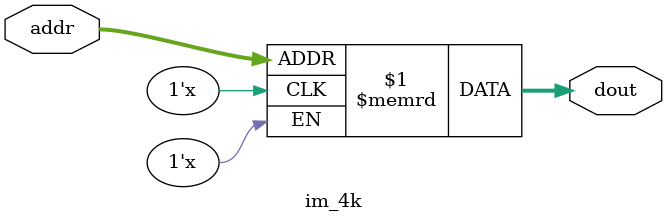
<source format=v>
`timescale 1ns / 1ps


module im_4k( addr, dout );
    
    input [11:2] addr;
    output [31:0] dout;
    
    reg [31:0] imem[1023:0];
    
    assign dout = imem[addr];
    
endmodule

</source>
